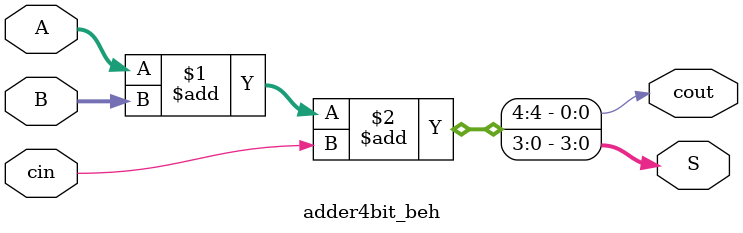
<source format=v>

module adder4bit_beh (S,cout,A,B,cin);
input [3:0]A,B;
input cin;
output [3:0]S;
output cout;

assign {cout,S} = A+B+cin;
endmodule

</source>
